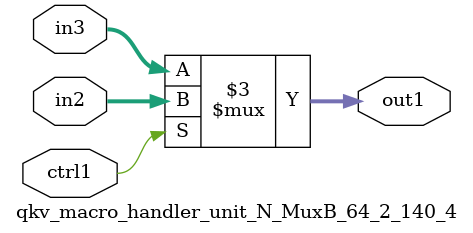
<source format=v>

`timescale 1ps / 1ps


module qkv_macro_handler_unit_N_MuxB_64_2_140_4( in3, in2, ctrl1, out1 );

    input [63:0] in3;
    input [63:0] in2;
    input ctrl1;
    output [63:0] out1;
    reg [63:0] out1;

    
    // rtl_process:qkv_macro_handler_unit_N_MuxB_64_2_140_4/qkv_macro_handler_unit_N_MuxB_64_2_140_4_thread_1
    always @*
      begin : qkv_macro_handler_unit_N_MuxB_64_2_140_4_thread_1
        case (ctrl1) 
          1'b1: 
            begin
              out1 = in2;
            end
          default: 
            begin
              out1 = in3;
            end
        endcase
      end

endmodule



</source>
